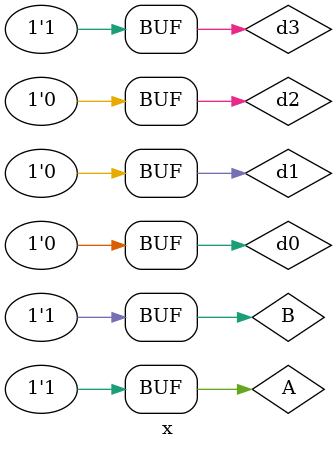
<source format=sv>
module x;

    reg d0,d1,d2,d3,A,B;
    wire y;
    mux m1(.d0(d0),.d1(d1),.d2(d2),.d3(d3),.A(A),.B(B),.y(y));

    initial begin
        $display("d0\td1\td2\td3\tA\tB\tOutput\n");
        $monitor("%b\t%b\t %b\t %b\t %b\t%b\t%b",d0,d1,d2,d3,A,B,y);
        d0=1;
        d1=0;
        d2=0;
        d3=0;
        A=0;
        B=0;
        #5
        d0=0;
        d1=1;
        d2=0;
        d3=0;
        A=0;
        B=1;
        #5
        d0=0;
        d1=0;
        d2=1;
        d3=0;
        A=1;
        B=0;
        #5
        d0=0;
        d1=0;
        d2=0;
        d3=1;
        A=1;
        B=1;
    end 

endmodule

</source>
